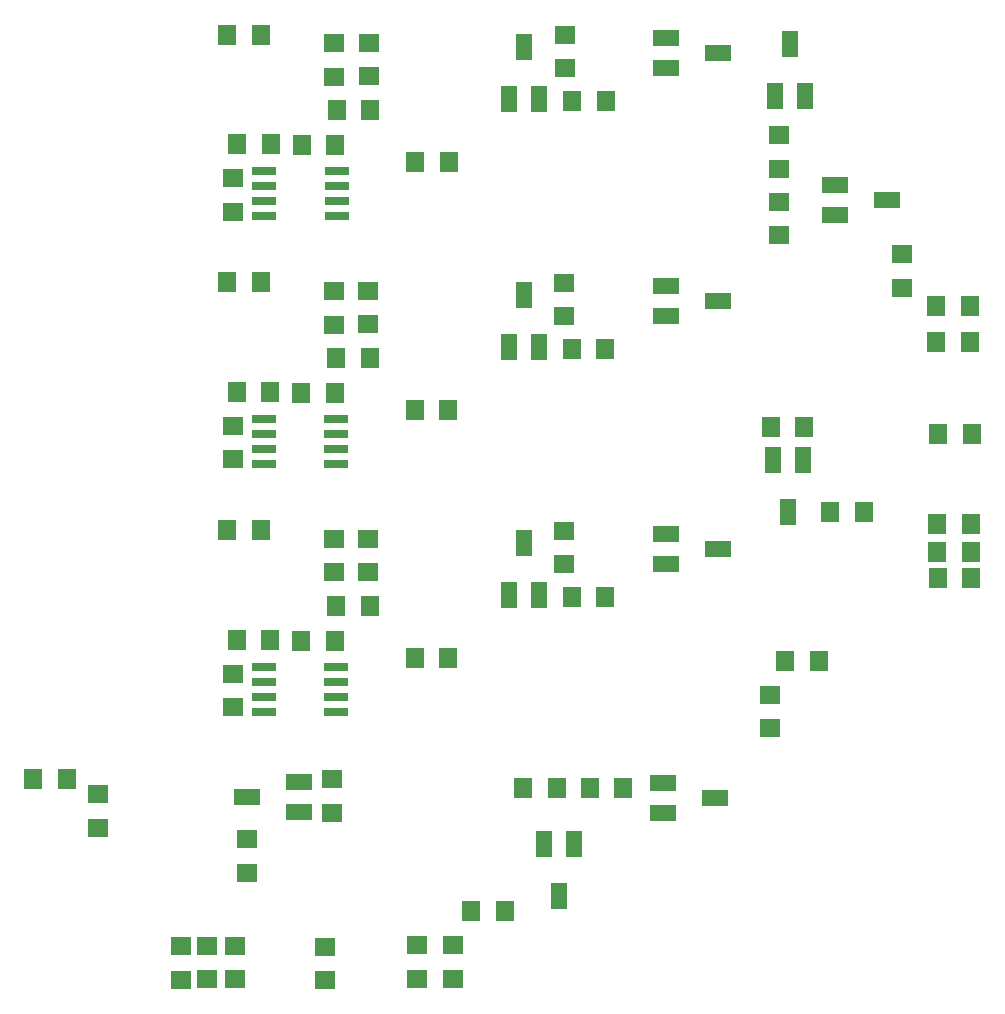
<source format=gbr>
G04 EAGLE Gerber X2 export*
%TF.Part,Single*%
%TF.FileFunction,Paste,Top*%
%TF.FilePolarity,Positive*%
%TF.GenerationSoftware,Autodesk,EAGLE,9.2.2*%
%TF.CreationDate,2019-03-12T14:11:56Z*%
G75*
%MOMM*%
%FSLAX34Y34*%
%LPD*%
%INSolderpaste Top*%
%AMOC8*
5,1,8,0,0,1.08239X$1,22.5*%
G01*
%ADD10R,2.032000X0.660400*%
%ADD11R,1.803000X1.600000*%
%ADD12R,1.600000X1.803000*%
%ADD13R,2.184400X1.320800*%
%ADD14R,1.320800X2.184400*%


D10*
X275742Y823523D03*
X214274Y823523D03*
X275742Y836223D03*
X275742Y848923D03*
X214274Y836223D03*
X214274Y848923D03*
X275742Y861623D03*
X214274Y861623D03*
D11*
X303023Y941637D03*
X303023Y970077D03*
X273950Y969877D03*
X273950Y941437D03*
D12*
X211728Y977073D03*
X183288Y977073D03*
X304228Y913422D03*
X275788Y913422D03*
D11*
X188108Y855693D03*
X188108Y827253D03*
D12*
X370728Y869273D03*
X342288Y869273D03*
X191488Y884473D03*
X219928Y884473D03*
D13*
X554608Y973903D03*
X598608Y961173D03*
X554608Y948443D03*
D12*
X503599Y920751D03*
X475159Y920751D03*
X274661Y883509D03*
X246221Y883509D03*
D14*
X421895Y922251D03*
X434625Y966251D03*
X447355Y922251D03*
D11*
X468833Y948451D03*
X468833Y976891D03*
D10*
X275449Y613678D03*
X213981Y613678D03*
X275449Y626378D03*
X275449Y639078D03*
X213981Y626378D03*
X213981Y639078D03*
X275449Y651778D03*
X213981Y651778D03*
D11*
X302730Y731791D03*
X302730Y760231D03*
X273657Y760032D03*
X273657Y731592D03*
D12*
X211435Y767228D03*
X182995Y767228D03*
X303935Y703577D03*
X275495Y703577D03*
D11*
X187815Y645848D03*
X187815Y617408D03*
D12*
X370435Y659428D03*
X341995Y659428D03*
X191195Y674628D03*
X219635Y674628D03*
D13*
X554315Y764058D03*
X598315Y751328D03*
X554315Y738598D03*
D12*
X503307Y710905D03*
X474867Y710905D03*
X274368Y673663D03*
X245928Y673663D03*
D14*
X421602Y712405D03*
X434332Y756405D03*
X447062Y712405D03*
D11*
X468540Y738605D03*
X468540Y767045D03*
D10*
X275449Y403800D03*
X213981Y403800D03*
X275449Y416500D03*
X275449Y429200D03*
X213981Y416500D03*
X213981Y429200D03*
X275449Y441900D03*
X213981Y441900D03*
D11*
X302729Y521914D03*
X302729Y550354D03*
X273656Y550154D03*
X273656Y521714D03*
D12*
X211435Y557350D03*
X182995Y557350D03*
X303935Y493699D03*
X275495Y493699D03*
D11*
X187815Y435970D03*
X187815Y407530D03*
D12*
X370435Y449550D03*
X341995Y449550D03*
X191195Y464750D03*
X219635Y464750D03*
D13*
X554315Y554180D03*
X598315Y541450D03*
X554315Y528720D03*
D12*
X503306Y501028D03*
X474866Y501028D03*
X274368Y463786D03*
X245928Y463786D03*
D14*
X421601Y502528D03*
X434331Y546528D03*
X447061Y502528D03*
D11*
X468540Y528727D03*
X468540Y557167D03*
D13*
X552016Y343237D03*
X596016Y330507D03*
X552016Y317777D03*
D12*
X462368Y339237D03*
X433928Y339237D03*
X389684Y235106D03*
X418124Y235106D03*
D11*
X374500Y177898D03*
X374500Y206338D03*
X189513Y205549D03*
X189513Y177109D03*
X271540Y346431D03*
X271540Y317991D03*
D13*
X244002Y319219D03*
X200002Y331949D03*
X244002Y344679D03*
D11*
X343460Y177898D03*
X343460Y206338D03*
X166082Y205549D03*
X166082Y177109D03*
D12*
X19011Y346899D03*
X47451Y346899D03*
D11*
X199556Y296026D03*
X199556Y267586D03*
X73656Y305686D03*
X73656Y334126D03*
X143605Y176583D03*
X143605Y205023D03*
D12*
X490136Y339237D03*
X518576Y339237D03*
D11*
X265713Y204761D03*
X265713Y176321D03*
D14*
X476386Y292106D03*
X463656Y248106D03*
X450926Y292106D03*
X646599Y925122D03*
X659329Y969122D03*
X672059Y925122D03*
D11*
X650598Y835474D03*
X650598Y807034D03*
X754729Y762790D03*
X754729Y791230D03*
D12*
X811938Y747606D03*
X783498Y747606D03*
X784286Y562619D03*
X812726Y562619D03*
X643405Y644646D03*
X671845Y644646D03*
D14*
X670616Y617109D03*
X657886Y573109D03*
X645156Y617109D03*
D12*
X811938Y716566D03*
X783498Y716566D03*
X784286Y539188D03*
X812726Y539188D03*
D11*
X642729Y389842D03*
X642729Y418282D03*
D12*
X693809Y572662D03*
X722249Y572662D03*
X684149Y446762D03*
X655709Y446762D03*
X813253Y516711D03*
X784813Y516711D03*
D11*
X650598Y863242D03*
X650598Y891682D03*
D12*
X785075Y638819D03*
X813515Y638819D03*
D13*
X697729Y849492D03*
X741729Y836762D03*
X697729Y824032D03*
M02*

</source>
